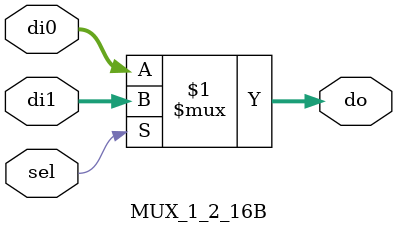
<source format=v>
module MUX_1_2_16B (di1, di0, sel, do);
	input sel;
	input [15:0] di1, di0;
	output [15:0] do;

	assign do = sel ? di1 : di0;
endmodule
</source>
